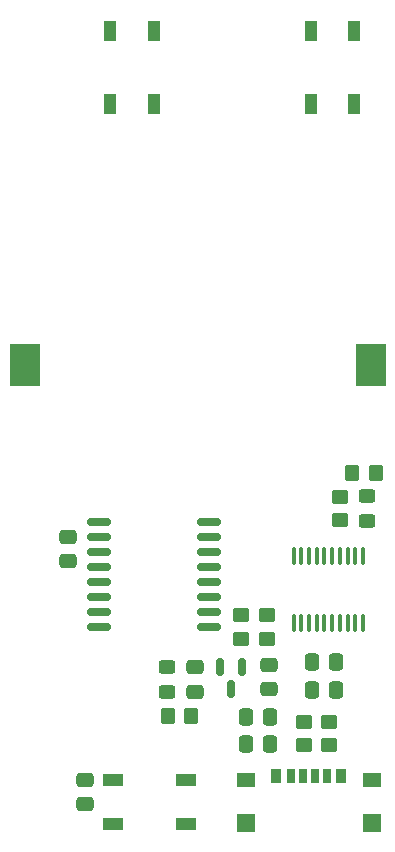
<source format=gbr>
%TF.GenerationSoftware,KiCad,Pcbnew,8.0.5*%
%TF.CreationDate,2025-01-18T16:16:31+01:00*%
%TF.ProjectId,Floppy voltmeter clock,466c6f70-7079-4207-966f-6c746d657465,1.0*%
%TF.SameCoordinates,Original*%
%TF.FileFunction,Paste,Top*%
%TF.FilePolarity,Positive*%
%FSLAX46Y46*%
G04 Gerber Fmt 4.6, Leading zero omitted, Abs format (unit mm)*
G04 Created by KiCad (PCBNEW 8.0.5) date 2025-01-18 16:16:31*
%MOMM*%
%LPD*%
G01*
G04 APERTURE LIST*
G04 Aperture macros list*
%AMRoundRect*
0 Rectangle with rounded corners*
0 $1 Rounding radius*
0 $2 $3 $4 $5 $6 $7 $8 $9 X,Y pos of 4 corners*
0 Add a 4 corners polygon primitive as box body*
4,1,4,$2,$3,$4,$5,$6,$7,$8,$9,$2,$3,0*
0 Add four circle primitives for the rounded corners*
1,1,$1+$1,$2,$3*
1,1,$1+$1,$4,$5*
1,1,$1+$1,$6,$7*
1,1,$1+$1,$8,$9*
0 Add four rect primitives between the rounded corners*
20,1,$1+$1,$2,$3,$4,$5,0*
20,1,$1+$1,$4,$5,$6,$7,0*
20,1,$1+$1,$6,$7,$8,$9,0*
20,1,$1+$1,$8,$9,$2,$3,0*%
G04 Aperture macros list end*
%ADD10RoundRect,0.250000X0.350000X0.450000X-0.350000X0.450000X-0.350000X-0.450000X0.350000X-0.450000X0*%
%ADD11R,1.500000X1.200000*%
%ADD12R,1.500000X1.500000*%
%ADD13R,0.700000X1.200000*%
%ADD14R,0.800000X1.200000*%
%ADD15R,0.900000X1.200000*%
%ADD16RoundRect,0.250000X-0.475000X0.337500X-0.475000X-0.337500X0.475000X-0.337500X0.475000X0.337500X0*%
%ADD17RoundRect,0.250000X-0.337500X-0.475000X0.337500X-0.475000X0.337500X0.475000X-0.337500X0.475000X0*%
%ADD18R,1.100000X1.800000*%
%ADD19RoundRect,0.100000X0.100000X-0.637500X0.100000X0.637500X-0.100000X0.637500X-0.100000X-0.637500X0*%
%ADD20RoundRect,0.150000X-0.150000X0.587500X-0.150000X-0.587500X0.150000X-0.587500X0.150000X0.587500X0*%
%ADD21RoundRect,0.250000X0.475000X-0.337500X0.475000X0.337500X-0.475000X0.337500X-0.475000X-0.337500X0*%
%ADD22RoundRect,0.250000X0.337500X0.475000X-0.337500X0.475000X-0.337500X-0.475000X0.337500X-0.475000X0*%
%ADD23RoundRect,0.150000X-0.875000X-0.150000X0.875000X-0.150000X0.875000X0.150000X-0.875000X0.150000X0*%
%ADD24RoundRect,0.250000X-0.450000X0.350000X-0.450000X-0.350000X0.450000X-0.350000X0.450000X0.350000X0*%
%ADD25R,2.600000X3.600000*%
%ADD26RoundRect,0.250000X0.450000X-0.350000X0.450000X0.350000X-0.450000X0.350000X-0.450000X-0.350000X0*%
%ADD27RoundRect,0.250000X0.450000X-0.325000X0.450000X0.325000X-0.450000X0.325000X-0.450000X-0.325000X0*%
%ADD28RoundRect,0.250000X-0.350000X-0.450000X0.350000X-0.450000X0.350000X0.450000X-0.350000X0.450000X0*%
%ADD29RoundRect,0.250000X-0.450000X0.325000X-0.450000X-0.325000X0.450000X-0.325000X0.450000X0.325000X0*%
%ADD30R,1.800000X1.100000*%
G04 APERTURE END LIST*
D10*
%TO.C,R7*%
X210650000Y-108314000D03*
X208650000Y-108314000D03*
%TD*%
D11*
%TO.C,J2*%
X199675000Y-134375000D03*
X210325000Y-134375000D03*
D12*
X199675000Y-137975000D03*
X210325000Y-137975000D03*
D13*
X204500000Y-134025000D03*
D14*
X206520000Y-134025000D03*
D15*
X207750000Y-134025000D03*
D13*
X205500000Y-134025000D03*
D14*
X203480000Y-134025000D03*
D15*
X202250000Y-134025000D03*
%TD*%
D16*
%TO.C,C5*%
X186028000Y-134327500D03*
X186028000Y-136402500D03*
%TD*%
D17*
%TO.C,C1*%
X205229500Y-126756500D03*
X207304500Y-126756500D03*
%TD*%
D18*
%TO.C,SW3*%
X205150000Y-77100000D03*
X205150000Y-70900000D03*
X208850000Y-77100000D03*
X208850000Y-70900000D03*
%TD*%
D19*
%TO.C,U1*%
X203717000Y-121089500D03*
X204367000Y-121089500D03*
X205017000Y-121089500D03*
X205667000Y-121089500D03*
X206317000Y-121089500D03*
X206967000Y-121089500D03*
X207617000Y-121089500D03*
X208267000Y-121089500D03*
X208917000Y-121089500D03*
X209567000Y-121089500D03*
X209567000Y-115364500D03*
X208917000Y-115364500D03*
X208267000Y-115364500D03*
X207617000Y-115364500D03*
X206967000Y-115364500D03*
X206317000Y-115364500D03*
X205667000Y-115364500D03*
X205017000Y-115364500D03*
X204367000Y-115364500D03*
X203717000Y-115364500D03*
%TD*%
D20*
%TO.C,U2*%
X199337000Y-124782500D03*
X197437000Y-124782500D03*
X198387000Y-126657500D03*
%TD*%
D21*
%TO.C,C6*%
X201586000Y-126681500D03*
X201586000Y-124606500D03*
%TD*%
D22*
%TO.C,C3*%
X201719500Y-131301000D03*
X199644500Y-131301000D03*
%TD*%
D23*
%TO.C,U3*%
X187260000Y-112512000D03*
X187260000Y-113782000D03*
X187260000Y-115052000D03*
X187260000Y-116322000D03*
X187260000Y-117592000D03*
X187260000Y-118862000D03*
X187260000Y-120132000D03*
X187260000Y-121402000D03*
X196560000Y-121402000D03*
X196560000Y-120132000D03*
X196560000Y-118862000D03*
X196560000Y-117592000D03*
X196560000Y-116322000D03*
X196560000Y-115052000D03*
X196560000Y-113782000D03*
X196560000Y-112512000D03*
%TD*%
D24*
%TO.C,R5*%
X199276000Y-120402000D03*
X199276000Y-122402000D03*
%TD*%
D16*
%TO.C,C8*%
X184631000Y-113753500D03*
X184631000Y-115828500D03*
%TD*%
%TO.C,C7*%
X195363000Y-124802500D03*
X195363000Y-126877500D03*
%TD*%
D25*
%TO.C,BT1*%
X180943000Y-99177000D03*
X210243000Y-99177000D03*
%TD*%
D26*
%TO.C,R2*%
X204570000Y-131412000D03*
X204570000Y-129412000D03*
%TD*%
D17*
%TO.C,C2*%
X205229500Y-124364500D03*
X207304500Y-124364500D03*
%TD*%
D27*
%TO.C,D1*%
X193013000Y-126865000D03*
X193013000Y-124815000D03*
%TD*%
D28*
%TO.C,R3*%
X193029000Y-128888000D03*
X195029000Y-128888000D03*
%TD*%
D26*
%TO.C,R6*%
X201435000Y-122402000D03*
X201435000Y-120402000D03*
%TD*%
D24*
%TO.C,R1*%
X206729000Y-129412000D03*
X206729000Y-131412000D03*
%TD*%
D26*
%TO.C,R4*%
X207618000Y-112362000D03*
X207618000Y-110362000D03*
%TD*%
D29*
%TO.C,D2*%
X209904000Y-110337000D03*
X209904000Y-112387000D03*
%TD*%
D22*
%TO.C,C4*%
X201719500Y-129015000D03*
X199644500Y-129015000D03*
%TD*%
D18*
%TO.C,SW2*%
X191850000Y-70900000D03*
X191850000Y-77100000D03*
X188150000Y-70900000D03*
X188150000Y-77100000D03*
%TD*%
D30*
%TO.C,SW1*%
X194589000Y-138081000D03*
X188389000Y-138081000D03*
X194589000Y-134381000D03*
X188389000Y-134381000D03*
%TD*%
M02*

</source>
